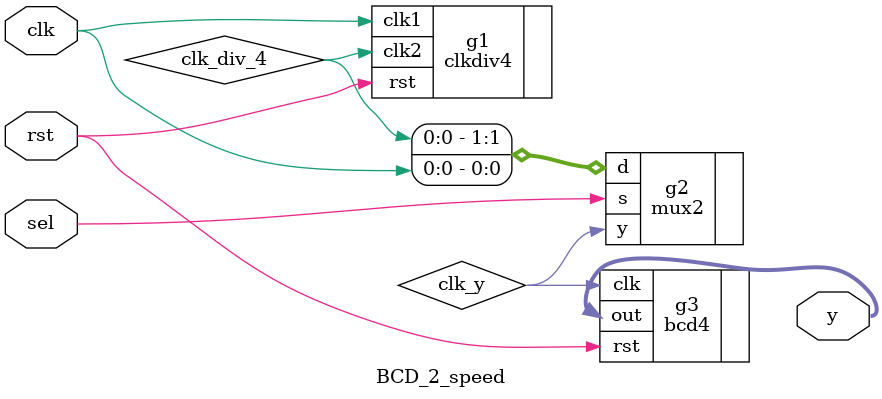
<source format=sv>
`include "../8_bit_CSA/mux2.sv"
`include "../2_speed_BCD_cnt/bcd4.sv"
`include "../2_speed_BCD_cnt/clkdiv4.sv"

module BCD_2_speed (
    input  logic       clk,
    input  logic       rst,
    input  logic       sel,
    output logic [3:0] y
);

  // Internal Registers
  logic clk_div_4;
  logic clk_y;

  clkdiv4 g1 (
      .clk1(clk),
      .rst (rst),
      .clk2(clk_div_4)
  );

  mux2 g2 (
      .d({clk_div_4, clk}),
      .s(sel),
      .y(clk_y)
  );

  bcd4 g3 (
      .clk(clk_y),
      .rst(rst),
      .out(y)
  );
endmodule

</source>
